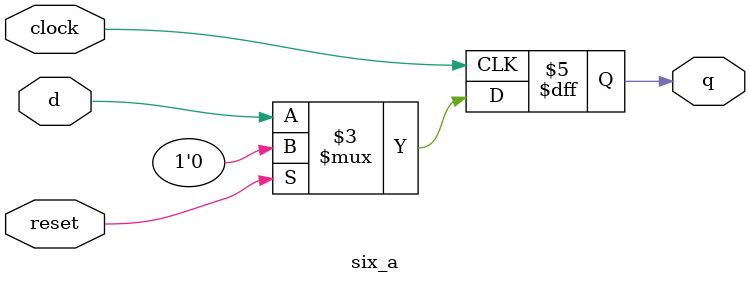
<source format=v>
module six_a ( d,clock,q,reset);
input d;
input reset;
input clock;
output reg q;
//wire y;
always @ ( posedge clock)
 //mux uut ( d(y),.clock(reset),.q(q));
begin
if(reset)
q<=0;
else
q<= d;
end
endmodule













</source>
